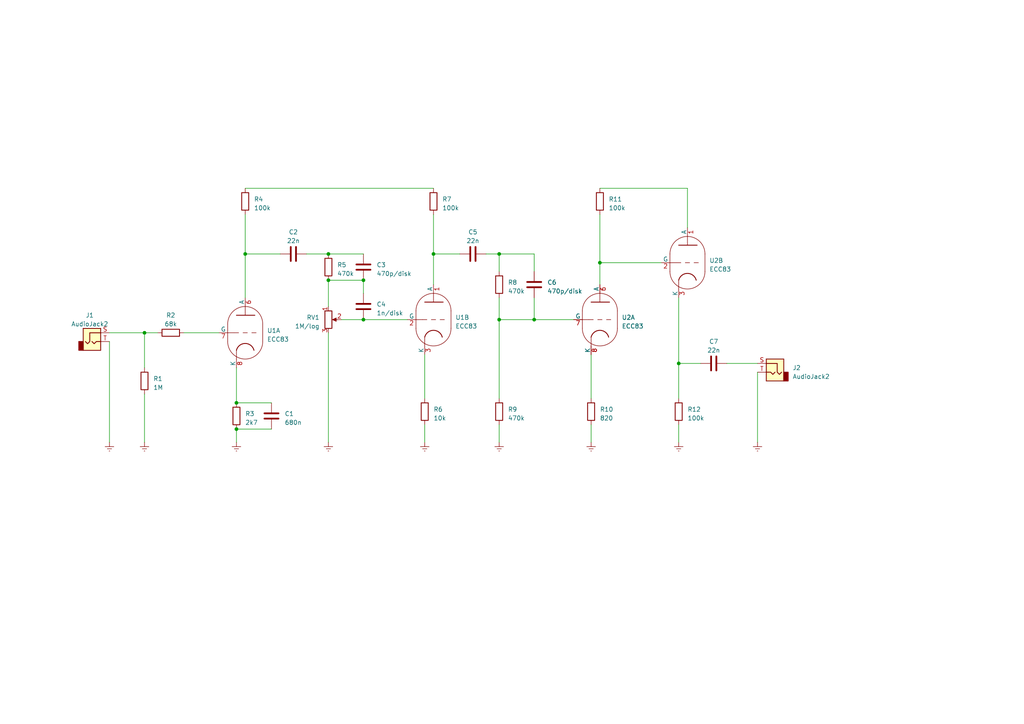
<source format=kicad_sch>
(kicad_sch (version 20230121) (generator eeschema)
  (paper "A4")
  (lib_symbols
    (symbol "Connector_Audio:AudioJack2"
      (property "Reference" "J" (at 0 8.89 0))
      (property "Value" "AudioJack2" (at 0 6.35 0))
      (symbol "AudioJack2_0_1"
        (rectangle (start -3.81 0) (end -2.54 -2.54) (stroke (width 0.254)) (fill (type outline)))
        (rectangle (start -2.54 3.81) (end 2.54 -2.54) (stroke (width 0.254)) (fill (type background)))
        (polyline (pts (xy 0 0) (xy 0.635 -0.635) (xy 1.27 0) (xy 2.54 0)) (stroke (width 0.254)))
        (polyline (pts (xy 2.54 2.54) (xy -0.635 2.54) (xy -0.635 0) (xy -1.27 -0.635) (xy -1.905 0)) (stroke (width 0.254)))
      )
      (symbol "AudioJack2_1_1"
        (pin passive line (at 5.08 2.54 180) (length 2.54) (name "~") (number "S"))
        (pin passive line (at 5.08 0 180) (length 2.54) (name "~") (number "T"))
      )
    )
    (symbol "Device:C" (pin_numbers hide) (pin_names (offset 0.254))
      (property "Reference" "C" (at 0.635 2.54 0))
      (property "Value" "C" (at 0.635 -2.54 0))
      (symbol "C_0_1"
        (polyline (pts (xy -2.032 -0.762) (xy 2.032 -0.762)) (stroke (width 0.508)))
        (polyline (pts (xy -2.032 0.762) (xy 2.032 0.762)) (stroke (width 0.508)))
      )
      (symbol "C_1_1"
        (pin passive line (at 0 3.81 270) (length 2.794) (name "~") (number "1"))
        (pin passive line (at 0 -3.81 90) (length 2.794) (name "~") (number "2"))
      )
    )
    (symbol "Device:R" (pin_numbers hide) (pin_names (offset 0))
      (property "Reference" "R" (at 2.032 0 90))
      (property "Value" "R" (at 0 0 90))
      (symbol "R_0_1"
        (rectangle (start -1.016 -2.54) (end 1.016 2.54) (stroke (width 0.254)))
      )
      (symbol "R_1_1"
        (pin passive line (at 0 3.81 270) (length 1.27) (name "~") (number "1"))
        (pin passive line (at 0 -3.81 90) (length 1.27) (name "~") (number "2"))
      )
    )
    (symbol "Device:R_Potentiometer" (pin_names (offset 1.016) hide)
      (property "Reference" "RV" (at -4.445 0 90))
      (property "Value" "R_Potentiometer" (at -2.54 0 90))
      (symbol "R_Potentiometer_0_1"
        (polyline (pts (xy 2.54 0) (xy 1.524 0)))
        (polyline (pts (xy 1.143 0) (xy 2.286 0.508) (xy 2.286 -0.508) (xy 1.143 0)) (fill (type outline)))
        (rectangle (start 1.016 2.54) (end -1.016 -2.54) (stroke (width 0.254)))
      )
      (symbol "R_Potentiometer_1_1"
        (pin passive line (at 0 3.81 270) (length 1.27) (name "1") (number "1"))
        (pin passive line (at 3.81 0 180) (length 1.27) (name "2") (number "2"))
        (pin passive line (at 0 -3.81 90) (length 1.27) (name "3") (number "3"))
      )
    )
    (symbol "Valve:ECC83" (pin_names (offset 0))
      (property "Reference" "U" (at 3.302 7.874 0))
      (property "Value" "ECC83" (at 8.89 -7.62 0))
      (symbol "ECC83_0_1"
        (arc (start -5.08 -2.54) (mid 0 -7.5979) (end 5.08 -2.54))
        (polyline (pts (xy 5.08 2.54) (xy 5.08 -2.54)))
        (polyline (pts (xy -5.08 2.54) (xy -5.08 -2.54) (xy -5.08 -2.54)))
        (arc (start 5.08 2.54) (mid 0 7.5979) (end -5.08 2.54))
      )
      (symbol "ECC83_1_0"
        (polyline (pts (xy -2.54 -5.08) (xy -2.54 -7.62)))
        (polyline (pts (xy 0 5.08) (xy 0 7.62)))
      )
      (symbol "ECC83_1_1"
        (polyline (pts (xy -5.08 0) (xy -3.175 0)))
        (polyline (pts (xy -1.905 0) (xy -3.175 0)) (stroke (width 0.1524)))
        (polyline (pts (xy -0.635 0) (xy 0.635 0)) (stroke (width 0.1524)))
        (polyline (pts (xy 1.905 0) (xy 3.175 0)) (stroke (width 0.1524)))
        (polyline (pts (xy -2.54 5.08) (xy 2.794 5.08) (xy 2.794 5.08)) (stroke (width 0.254)))
        (arc (start 2.54 -5.08) (mid 0 -3.0968) (end -2.54 -5.08) (stroke (width 0.254)))
        (pin output line (at 0 10.16 270) (length 2.54) (name "A") (number "6"))
        (pin input line (at -7.62 0 0) (length 2.54) (name "G") (number "7"))
        (pin bidirectional line (at -2.54 -10.16 90) (length 2.54) (name "K") (number "8"))
      )
      (symbol "ECC83_2_0"
        (polyline (pts (xy -2.54 -5.08) (xy -2.54 -7.62)))
        (polyline (pts (xy 0 5.08) (xy 0 7.62)))
      )
      (symbol "ECC83_2_1"
        (polyline (pts (xy -5.08 0) (xy -3.175 0)))
        (polyline (pts (xy -1.905 0) (xy -3.175 0)) (stroke (width 0.1524)))
        (polyline (pts (xy -0.635 0) (xy 0.635 0)) (stroke (width 0.1524)))
        (polyline (pts (xy 1.905 0) (xy 3.175 0)) (stroke (width 0.1524)))
        (polyline (pts (xy -2.54 5.08) (xy 2.794 5.08) (xy 2.794 5.08)) (stroke (width 0.254)))
        (arc (start 2.54 -5.08) (mid 0 -3.0968) (end -2.54 -5.08) (stroke (width 0.254)))
        (pin output line (at 0 10.16 270) (length 2.54) (name "A") (number "1"))
        (pin input line (at -7.62 0 0) (length 2.54) (name "G") (number "2"))
        (pin bidirectional line (at -2.54 -10.16 90) (length 2.54) (name "K") (number "3"))
      )
      (symbol "ECC83_3_1"
        (arc (start 0 -6.35) (mid -1.27 -5.5651) (end -2.54 -6.35))
        (arc (start 2.54 -6.35) (mid 1.27 -5.5651) (end 0 -6.35))
        (pin power_in line (at -2.54 -11.43 90) (length 5.08) (name "F1") (number "4"))
        (pin power_in line (at 2.54 -11.43 90) (length 5.08) (name "F1") (number "5"))
        (pin power_in line (at 0 -11.43 90) (length 5.08) (name "F2") (number "9"))
      )
    )
    (symbol "power:Earth" (power) (pin_names (offset 0))
      (symbol "Earth_0_1"
        (polyline (pts (xy -0.635 -1.905) (xy 0.635 -1.905)))
        (polyline (pts (xy -0.127 -2.54) (xy 0.127 -2.54)))
        (polyline (pts (xy 0 -1.27) (xy 0 0)))
        (polyline (pts (xy 1.27 -1.27) (xy -1.27 -1.27)))
      )
      (symbol "Earth_1_1"
        (pin power_in line (at 0 0 270) (length 0) hide (name "Earth") (number "1"))
      )
    )
  )
  (junction (at 125.73 73.66))
  (junction (at 68.58 116.84))
  (junction (at 71.12 73.66))
  (junction (at 95.25 73.66))
  (junction (at 95.25 81.28))
  (junction (at 144.78 73.66))
  (junction (at 196.85 105.41))
  (junction (at 173.99 76.2))
  (junction (at 41.91 96.52))
  (junction (at 154.94 92.71))
  (junction (at 144.78 92.71))
  (junction (at 105.41 92.71))
  (junction (at 105.41 81.28))
  (junction (at 68.58 124.46))
  (wire (pts (xy 123.19 123.19) (xy 123.19 128.27)))
  (wire (pts (xy 68.58 124.46) (xy 68.58 128.27)))
  (wire (pts (xy 199.39 54.61) (xy 173.99 54.61)))
  (wire (pts (xy 173.99 62.23) (xy 173.99 76.2)))
  (wire (pts (xy 199.39 66.04) (xy 199.39 54.61)))
  (wire (pts (xy 45.72 96.52) (xy 41.91 96.52)))
  (wire (pts (xy 196.85 123.19) (xy 196.85 128.27)))
  (wire (pts (xy 125.73 73.66) (xy 133.35 73.66)))
  (wire (pts (xy 31.75 96.52) (xy 41.91 96.52)))
  (wire (pts (xy 173.99 76.2) (xy 191.77 76.2)))
  (wire (pts (xy 171.45 123.19) (xy 171.45 128.27)))
  (wire (pts (xy 125.73 73.66) (xy 125.73 82.55)))
  (wire (pts (xy 71.12 73.66) (xy 81.28 73.66)))
  (wire (pts (xy 125.73 62.23) (xy 125.73 73.66)))
  (wire (pts (xy 144.78 86.36) (xy 144.78 92.71)))
  (wire (pts (xy 95.25 81.28) (xy 95.25 88.9)))
  (wire (pts (xy 210.82 105.41) (xy 219.71 105.41)))
  (wire (pts (xy 78.74 116.84) (xy 68.58 116.84)))
  (wire (pts (xy 171.45 102.87) (xy 171.45 115.57)))
  (wire (pts (xy 68.58 106.68) (xy 68.58 116.84)))
  (wire (pts (xy 95.25 73.66) (xy 105.41 73.66)))
  (wire (pts (xy 41.91 114.3) (xy 41.91 128.27)))
  (wire (pts (xy 99.06 92.71) (xy 105.41 92.71)))
  (wire (pts (xy 95.25 96.52) (xy 95.25 128.27)))
  (wire (pts (xy 123.19 102.87) (xy 123.19 115.57)))
  (wire (pts (xy 68.58 124.46) (xy 78.74 124.46)))
  (wire (pts (xy 71.12 73.66) (xy 71.12 86.36)))
  (wire (pts (xy 154.94 86.36) (xy 154.94 92.71)))
  (wire (pts (xy 144.78 73.66) (xy 144.78 78.74)))
  (wire (pts (xy 154.94 73.66) (xy 144.78 73.66)))
  (wire (pts (xy 154.94 78.74) (xy 154.94 73.66)))
  (wire (pts (xy 41.91 96.52) (xy 41.91 106.68)))
  (wire (pts (xy 105.41 81.28) (xy 105.41 85.09)))
  (wire (pts (xy 196.85 105.41) (xy 203.2 105.41)))
  (wire (pts (xy 95.25 81.28) (xy 105.41 81.28)))
  (wire (pts (xy 144.78 73.66) (xy 140.97 73.66)))
  (wire (pts (xy 196.85 105.41) (xy 196.85 115.57)))
  (wire (pts (xy 71.12 62.23) (xy 71.12 73.66)))
  (wire (pts (xy 173.99 76.2) (xy 173.99 82.55)))
  (wire (pts (xy 53.34 96.52) (xy 63.5 96.52)))
  (wire (pts (xy 31.75 99.06) (xy 31.75 128.27)))
  (wire (pts (xy 219.71 107.95) (xy 219.71 128.27)))
  (wire (pts (xy 154.94 92.71) (xy 166.37 92.71)))
  (wire (pts (xy 144.78 123.19) (xy 144.78 128.27)))
  (wire (pts (xy 88.9 73.66) (xy 95.25 73.66)))
  (wire (pts (xy 196.85 86.36) (xy 196.85 105.41)))
  (wire (pts (xy 105.41 92.71) (xy 118.11 92.71)))
  (wire (pts (xy 71.12 54.61) (xy 125.73 54.61)))
  (wire (pts (xy 144.78 92.71) (xy 144.78 115.57)))
  (wire (pts (xy 144.78 92.71) (xy 154.94 92.71)))
  (symbol (lib_id "Valve:ECC83") (at 71.12 96.52 0) (unit 1)
    (property "Reference" "U1" (at 77.47 95.885 0) (effects (justify left)))
    (property "Value" "ECC83" (at 77.47 98.425 0) (effects (justify left)))
    (property "Footprint" "Valve:Valve_Noval_P" (effects hide))
    (property "Datasheet" "http://www.r-type.org/pdfs/ecc83.pdf" (effects hide))
  )
  (symbol (lib_id "Device:R") (at 41.91 110.49 0) (unit 1)
    (property "Reference" "R1" (at 44.45 109.855 0) (effects (justify left)))
    (property "Value" "1M" (at 44.45 112.395 0) (effects (justify left)))
    (property "Footprint" "Resistor_THT:R_Axial_DIN0516_L15.5mm_D5.0mm_P30.48mm_Horizontal" (effects hide))
  )
  (symbol (lib_id "power:Earth") (at 68.58 128.27 0) (unit 1)
    (property "Reference" "#PWR01" (effects hide))
    (property "Value" "Earth" (effects hide))
  )
  (symbol (lib_id "Valve:ECC83") (at 173.99 92.71 0) (unit 1)
    (property "Reference" "U2" (at 180.34 92.075 0) (effects (justify left)))
    (property "Value" "ECC83" (at 180.34 94.615 0) (effects (justify left)))
    (property "Footprint" "Valve:Valve_Noval_P" (effects hide))
    (property "Datasheet" "http://www.r-type.org/pdfs/ecc83.pdf" (effects hide))
  )
  (symbol (lib_id "Device:R") (at 95.25 77.47 0) (unit 1)
    (property "Reference" "R5" (at 97.79 76.835 0) (effects (justify left)))
    (property "Value" "470k" (at 97.79 79.375 0) (effects (justify left)))
    (property "Footprint" "Resistor_THT:R_Axial_DIN0516_L15.5mm_D5.0mm_P30.48mm_Horizontal" (effects hide))
  )
  (symbol (lib_id "Device:R_Potentiometer") (at 95.25 92.71 0) (unit 1)
    (property "Reference" "RV1" (at 92.71 92.075 0) (effects (justify right)))
    (property "Value" "1M/log" (at 92.71 94.615 0) (effects (justify right)))
    (property "Footprint" "Resistor_THT:R_Axial_DIN0516_L15.5mm_D5.0mm_P30.48mm_Horizontal" (effects hide))
  )
  (symbol (lib_id "Device:R") (at 144.78 82.55 0) (unit 1)
    (property "Reference" "R8" (at 147.32 81.915 0) (effects (justify left)))
    (property "Value" "470k" (at 147.32 84.455 0) (effects (justify left)))
    (property "Footprint" "Resistor_THT:R_Axial_DIN0516_L15.5mm_D5.0mm_P30.48mm_Horizontal" (effects hide))
  )
  (symbol (lib_id "Device:R") (at 171.45 119.38 0) (unit 1)
    (property "Reference" "R10" (at 173.99 118.745 0) (effects (justify left)))
    (property "Value" "820" (at 173.99 121.285 0) (effects (justify left)))
    (property "Footprint" "Resistor_THT:R_Axial_DIN0516_L15.5mm_D5.0mm_P30.48mm_Horizontal" (effects hide))
  )
  (symbol (lib_id "Device:C") (at 78.74 120.65 0) (unit 1)
    (property "Reference" "C1" (at 82.55 120.015 0) (effects (justify left)))
    (property "Value" "680n" (at 82.55 122.555 0) (effects (justify left)))
    (property "Footprint" "Capacitor_THT:CP_Axial_L20.0mm_D10.0mm_P26.00mm_Horizontal" (effects hide))
  )
  (symbol (lib_id "Connector_Audio:AudioJack2") (at 26.67 99.06 0) (unit 1)
    (property "Reference" "J1" (at 26.035 91.44 0))
    (property "Value" "AudioJack2" (at 26.035 93.98 0))
    (property "Footprint" "Connector_Audio:Jack_6.35mm_Neutrik_NJ2FD-V_Vertical" (effects hide))
  )
  (symbol (lib_id "power:Earth") (at 95.25 128.27 0) (unit 1)
    (property "Reference" "#PWR02" (effects hide))
    (property "Value" "Earth" (effects hide))
  )
  (symbol (lib_id "Device:C") (at 85.09 73.66 90) (unit 1)
    (property "Reference" "C2" (at 85.09 67.31 90))
    (property "Value" "22n" (at 85.09 69.85 90))
    (property "Footprint" "Capacitor_THT:CP_Axial_L20.0mm_D10.0mm_P26.00mm_Horizontal" (effects hide))
  )
  (symbol (lib_id "power:Earth") (at 31.75 128.27 0) (unit 1)
    (property "Reference" "#PWR09" (effects hide))
    (property "Value" "Earth" (effects hide))
  )
  (symbol (lib_id "Device:R") (at 196.85 119.38 0) (unit 1)
    (property "Reference" "R12" (at 199.39 118.745 0) (effects (justify left)))
    (property "Value" "100k" (at 199.39 121.285 0) (effects (justify left)))
    (property "Footprint" "Resistor_THT:R_Axial_DIN0516_L15.5mm_D5.0mm_P30.48mm_Horizontal" (effects hide))
  )
  (symbol (lib_id "Device:C") (at 154.94 82.55 0) (unit 1)
    (property "Reference" "C6" (at 158.75 81.915 0) (effects (justify left)))
    (property "Value" "470p/disk" (at 158.75 84.455 0) (effects (justify left)))
    (property "Footprint" "Capacitor_THT:CP_Axial_L20.0mm_D10.0mm_P26.00mm_Horizontal" (effects hide))
  )
  (symbol (lib_id "power:Earth") (at 171.45 128.27 0) (unit 1)
    (property "Reference" "#PWR05" (effects hide))
    (property "Value" "Earth" (effects hide))
  )
  (symbol (lib_id "power:Earth") (at 144.78 128.27 0) (unit 1)
    (property "Reference" "#PWR04" (effects hide))
    (property "Value" "Earth" (effects hide))
  )
  (symbol (lib_id "power:Earth") (at 123.19 128.27 0) (unit 1)
    (property "Reference" "#PWR03" (effects hide))
    (property "Value" "Earth" (effects hide))
  )
  (symbol (lib_id "Connector_Audio:AudioJack2") (at 224.79 107.95 0) (mirror y) (unit 1)
    (property "Reference" "J2" (at 229.87 106.68 0) (effects (justify right)))
    (property "Value" "AudioJack2" (at 229.87 109.22 0) (effects (justify right)))
    (property "Footprint" "Connector_Audio:Jack_6.35mm_Neutrik_NJ2FD-V_Vertical" (effects hide))
  )
  (symbol (lib_id "Device:R") (at 71.12 58.42 0) (unit 1)
    (property "Reference" "R4" (at 73.66 57.785 0) (effects (justify left)))
    (property "Value" "100k" (at 73.66 60.325 0) (effects (justify left)))
    (property "Footprint" "Resistor_THT:R_Axial_DIN0516_L15.5mm_D5.0mm_P30.48mm_Horizontal" (effects hide))
  )
  (symbol (lib_id "Device:C") (at 105.41 77.47 0) (unit 1)
    (property "Reference" "C3" (at 109.22 76.835 0) (effects (justify left)))
    (property "Value" "470p/disk" (at 109.22 79.375 0) (effects (justify left)))
    (property "Footprint" "Capacitor_THT:CP_Axial_L20.0mm_D10.0mm_P26.00mm_Horizontal" (effects hide))
  )
  (symbol (lib_id "power:Earth") (at 219.71 128.27 0) (unit 1)
    (property "Reference" "#PWR08" (effects hide))
    (property "Value" "Earth" (effects hide))
  )
  (symbol (lib_id "Device:R") (at 49.53 96.52 90) (unit 1)
    (property "Reference" "R2" (at 49.53 91.44 90))
    (property "Value" "68k" (at 49.53 93.98 90))
    (property "Footprint" "Resistor_THT:R_Axial_DIN0516_L15.5mm_D5.0mm_P30.48mm_Horizontal" (effects hide))
  )
  (symbol (lib_id "Valve:ECC83") (at 125.73 92.71 0) (unit 2)
    (property "Reference" "U1" (at 132.08 92.075 0) (effects (justify left)))
    (property "Value" "ECC83" (at 132.08 94.615 0) (effects (justify left)))
    (property "Footprint" "Valve:Valve_Noval_P" (effects hide))
    (property "Datasheet" "http://www.r-type.org/pdfs/ecc83.pdf" (effects hide))
  )
  (symbol (lib_id "power:Earth") (at 41.91 128.27 0) (unit 1)
    (property "Reference" "#PWR07" (effects hide))
    (property "Value" "Earth" (effects hide))
  )
  (symbol (lib_id "Device:C") (at 105.41 88.9 0) (unit 1)
    (property "Reference" "C4" (at 109.22 88.265 0) (effects (justify left)))
    (property "Value" "1n/disk" (at 109.22 90.805 0) (effects (justify left)))
    (property "Footprint" "Capacitor_THT:CP_Axial_L20.0mm_D10.0mm_P26.00mm_Horizontal" (effects hide))
  )
  (symbol (lib_id "Device:R") (at 68.58 120.65 0) (unit 1)
    (property "Reference" "R3" (at 71.12 120.015 0) (effects (justify left)))
    (property "Value" "2k7" (at 71.12 122.555 0) (effects (justify left)))
    (property "Footprint" "Resistor_THT:R_Axial_DIN0516_L15.5mm_D5.0mm_P30.48mm_Horizontal" (effects hide))
  )
  (symbol (lib_id "Device:R") (at 123.19 119.38 0) (unit 1)
    (property "Reference" "R6" (at 125.73 118.745 0) (effects (justify left)))
    (property "Value" "10k" (at 125.73 121.285 0) (effects (justify left)))
    (property "Footprint" "Resistor_THT:R_Axial_DIN0516_L15.5mm_D5.0mm_P30.48mm_Horizontal" (effects hide))
  )
  (symbol (lib_id "power:Earth") (at 196.85 128.27 0) (unit 1)
    (property "Reference" "#PWR06" (effects hide))
    (property "Value" "Earth" (effects hide))
  )
  (symbol (lib_id "Device:R") (at 144.78 119.38 0) (unit 1)
    (property "Reference" "R9" (at 147.32 118.745 0) (effects (justify left)))
    (property "Value" "470k" (at 147.32 121.285 0) (effects (justify left)))
    (property "Footprint" "Resistor_THT:R_Axial_DIN0516_L15.5mm_D5.0mm_P30.48mm_Horizontal" (effects hide))
  )
  (symbol (lib_id "Valve:ECC83") (at 199.39 76.2 0) (unit 2)
    (property "Reference" "U2" (at 205.74 75.565 0) (effects (justify left)))
    (property "Value" "ECC83" (at 205.74 78.105 0) (effects (justify left)))
    (property "Footprint" "Valve:Valve_Noval_P" (effects hide))
    (property "Datasheet" "http://www.r-type.org/pdfs/ecc83.pdf" (effects hide))
  )
  (symbol (lib_id "Device:C") (at 207.01 105.41 90) (unit 1)
    (property "Reference" "C7" (at 207.01 99.06 90))
    (property "Value" "22n" (at 207.01 101.6 90))
    (property "Footprint" "Capacitor_THT:CP_Axial_L20.0mm_D10.0mm_P26.00mm_Horizontal" (effects hide))
  )
  (symbol (lib_id "Device:R") (at 173.99 58.42 0) (unit 1)
    (property "Reference" "R11" (at 176.53 57.785 0) (effects (justify left)))
    (property "Value" "100k" (at 176.53 60.325 0) (effects (justify left)))
    (property "Footprint" "Resistor_THT:R_Axial_DIN0516_L15.5mm_D5.0mm_P30.48mm_Horizontal" (effects hide))
  )
  (symbol (lib_id "Device:C") (at 137.16 73.66 90) (unit 1)
    (property "Reference" "C5" (at 137.16 67.31 90))
    (property "Value" "22n" (at 137.16 69.85 90))
    (property "Footprint" "Capacitor_THT:CP_Axial_L20.0mm_D10.0mm_P26.00mm_Horizontal" (effects hide))
  )
  (symbol (lib_id "Device:R") (at 125.73 58.42 0) (unit 1)
    (property "Reference" "R7" (at 128.27 57.785 0) (effects (justify left)))
    (property "Value" "100k" (at 128.27 60.325 0) (effects (justify left)))
    (property "Footprint" "Resistor_THT:R_Axial_DIN0516_L15.5mm_D5.0mm_P30.48mm_Horizontal" (effects hide))
  )
)
</source>
